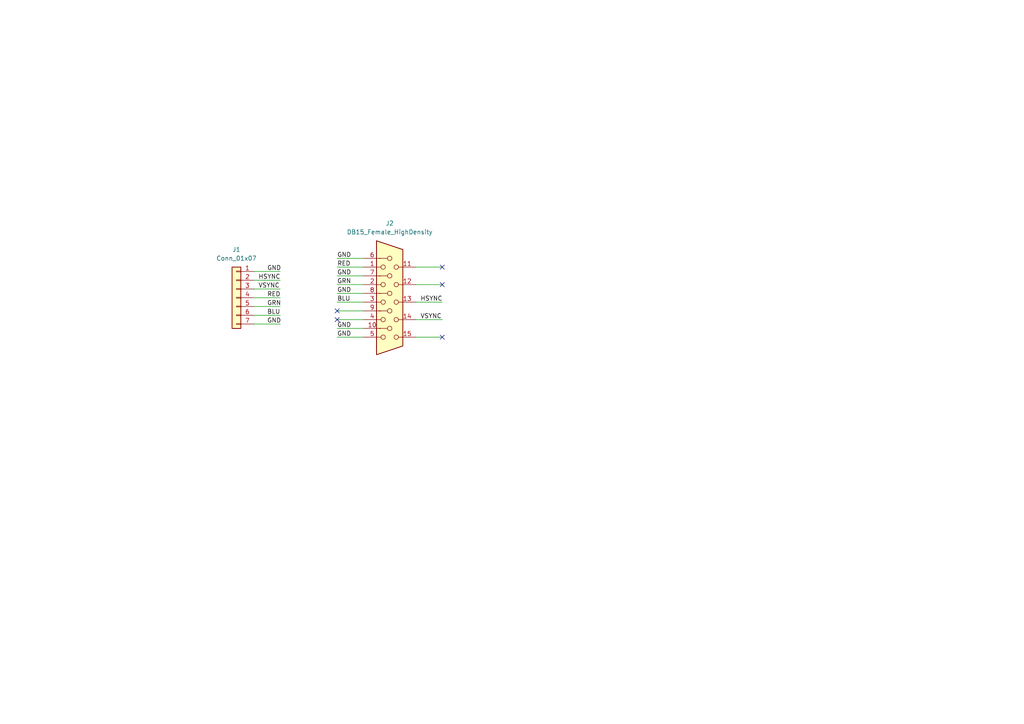
<source format=kicad_sch>
(kicad_sch (version 20230121) (generator eeschema)
  (paper "A4")
  (lib_symbols
    (symbol "Connector:DB15_Female_HighDensity" (pin_names (offset 1.016) hide)
      (property "Reference" "J" (at 0 21.59 0))
      (property "Value" "DB15_Female_HighDensity" (at 0 19.05 0))
      (symbol "DB15_Female_HighDensity_0_1"
        (circle (center -1.905 -10.16) (radius 0.635))
        (circle (center -1.905 -5.08) (radius 0.635))
        (circle (center -1.905 0) (radius 0.635))
        (circle (center -1.905 5.08) (radius 0.635))
        (circle (center -1.905 10.16) (radius 0.635))
        (circle (center 0 -7.62) (radius 0.635))
        (circle (center 0 -2.54) (radius 0.635))
        (polyline (pts (xy -3.175 7.62) (xy -0.635 7.62)))
        (polyline (pts (xy -0.635 -7.62) (xy -3.175 -7.62)))
        (polyline (pts (xy -0.635 -2.54) (xy -3.175 -2.54)))
        (polyline (pts (xy -0.635 2.54) (xy -3.175 2.54)))
        (polyline (pts (xy -0.635 12.7) (xy -3.175 12.7)))
        (polyline (pts (xy -3.81 17.78) (xy -3.81 -15.24) (xy 3.81 -12.7) (xy 3.81 15.24) (xy -3.81 17.78)) (stroke (width 0.254)) (fill (type background)))
        (circle (center 0 2.54) (radius 0.635))
        (circle (center 0 7.62) (radius 0.635))
        (circle (center 0 12.7) (radius 0.635))
        (circle (center 1.905 -10.16) (radius 0.635))
        (circle (center 1.905 -5.08) (radius 0.635))
        (circle (center 1.905 0) (radius 0.635))
        (circle (center 1.905 5.08) (radius 0.635))
        (circle (center 1.905 10.16) (radius 0.635))
      )
      (symbol "DB15_Female_HighDensity_1_1"
        (pin passive line (at -7.62 10.16 0) (length 5.08) (name "~") (number "1"))
        (pin passive line (at -7.62 -7.62 0) (length 5.08) (name "~") (number "10"))
        (pin passive line (at 7.62 10.16 180) (length 5.08) (name "~") (number "11"))
        (pin passive line (at 7.62 5.08 180) (length 5.08) (name "~") (number "12"))
        (pin passive line (at 7.62 0 180) (length 5.08) (name "~") (number "13"))
        (pin passive line (at 7.62 -5.08 180) (length 5.08) (name "~") (number "14"))
        (pin passive line (at 7.62 -10.16 180) (length 5.08) (name "~") (number "15"))
        (pin passive line (at -7.62 5.08 0) (length 5.08) (name "~") (number "2"))
        (pin passive line (at -7.62 0 0) (length 5.08) (name "~") (number "3"))
        (pin passive line (at -7.62 -5.08 0) (length 5.08) (name "~") (number "4"))
        (pin passive line (at -7.62 -10.16 0) (length 5.08) (name "~") (number "5"))
        (pin passive line (at -7.62 12.7 0) (length 5.08) (name "~") (number "6"))
        (pin passive line (at -7.62 7.62 0) (length 5.08) (name "~") (number "7"))
        (pin passive line (at -7.62 2.54 0) (length 5.08) (name "~") (number "8"))
        (pin passive line (at -7.62 -2.54 0) (length 5.08) (name "~") (number "9"))
      )
    )
    (symbol "Connector_Generic:Conn_01x07" (pin_names (offset 1.016) hide)
      (property "Reference" "J" (at 0 10.16 0))
      (property "Value" "Conn_01x07" (at 0 -10.16 0))
      (symbol "Conn_01x07_1_1"
        (rectangle (start -1.27 -7.493) (end 0 -7.747) (stroke (width 0.1524)))
        (rectangle (start -1.27 -4.953) (end 0 -5.207) (stroke (width 0.1524)))
        (rectangle (start -1.27 -2.413) (end 0 -2.667) (stroke (width 0.1524)))
        (rectangle (start -1.27 0.127) (end 0 -0.127) (stroke (width 0.1524)))
        (rectangle (start -1.27 2.667) (end 0 2.413) (stroke (width 0.1524)))
        (rectangle (start -1.27 5.207) (end 0 4.953) (stroke (width 0.1524)))
        (rectangle (start -1.27 7.747) (end 0 7.493) (stroke (width 0.1524)))
        (rectangle (start -1.27 8.89) (end 1.27 -8.89) (stroke (width 0.254)) (fill (type background)))
        (pin passive line (at -5.08 7.62 0) (length 3.81) (name "Pin_1") (number "1"))
        (pin passive line (at -5.08 5.08 0) (length 3.81) (name "Pin_2") (number "2"))
        (pin passive line (at -5.08 2.54 0) (length 3.81) (name "Pin_3") (number "3"))
        (pin passive line (at -5.08 0 0) (length 3.81) (name "Pin_4") (number "4"))
        (pin passive line (at -5.08 -2.54 0) (length 3.81) (name "Pin_5") (number "5"))
        (pin passive line (at -5.08 -5.08 0) (length 3.81) (name "Pin_6") (number "6"))
        (pin passive line (at -5.08 -7.62 0) (length 3.81) (name "Pin_7") (number "7"))
      )
    )
  )
  (no_connect (at 97.79 92.71))
  (no_connect (at 97.79 90.17))
  (no_connect (at 128.27 97.79))
  (no_connect (at 128.27 77.47))
  (no_connect (at 128.27 82.55))
  (wire (pts (xy 120.65 87.63) (xy 128.27 87.63)))
  (wire (pts (xy 120.65 92.71) (xy 128.27 92.71)))
  (wire (pts (xy 97.79 92.71) (xy 105.41 92.71)))
  (wire (pts (xy 97.79 87.63) (xy 105.41 87.63)))
  (wire (pts (xy 73.66 78.74) (xy 81.28 78.74)))
  (wire (pts (xy 120.65 77.47) (xy 128.27 77.47)))
  (wire (pts (xy 120.65 97.79) (xy 128.27 97.79)))
  (wire (pts (xy 97.79 95.25) (xy 105.41 95.25)))
  (wire (pts (xy 97.79 82.55) (xy 105.41 82.55)))
  (wire (pts (xy 73.66 86.36) (xy 81.28 86.36)))
  (wire (pts (xy 73.66 81.28) (xy 81.28 81.28)))
  (wire (pts (xy 97.79 74.93) (xy 105.41 74.93)))
  (wire (pts (xy 97.79 97.79) (xy 105.41 97.79)))
  (wire (pts (xy 97.79 80.01) (xy 105.41 80.01)))
  (wire (pts (xy 73.66 91.44) (xy 81.28 91.44)))
  (wire (pts (xy 73.66 83.82) (xy 81.28 83.82)))
  (wire (pts (xy 97.79 85.09) (xy 105.41 85.09)))
  (wire (pts (xy 120.65 82.55) (xy 128.27 82.55)))
  (wire (pts (xy 73.66 88.9) (xy 81.28 88.9)))
  (wire (pts (xy 73.66 93.98) (xy 81.28 93.98)))
  (wire (pts (xy 97.79 90.17) (xy 105.41 90.17)))
  (wire (pts (xy 97.79 77.47) (xy 105.41 77.47)))
  (label "GND" (at 97.79 95.25 0))
  (label "GRN" (at 77.47 88.9 0))
  (label "HSYNC" (at 74.93 81.28 0))
  (label "VSYNC" (at 121.92 92.71 0))
  (label "GND" (at 97.79 85.09 0))
  (label "GND" (at 97.79 97.79 0))
  (label "RED" (at 77.47 86.36 0))
  (label "BLU" (at 77.47 91.44 0))
  (label "HSYNC" (at 121.92 87.63 0))
  (label "GND" (at 97.79 80.01 0))
  (label "GRN" (at 97.79 82.55 0))
  (label "VSYNC" (at 74.93 83.82 0))
  (label "GND" (at 97.79 74.93 0))
  (label "BLU" (at 97.79 87.63 0))
  (label "GND" (at 77.47 78.74 0))
  (label "GND" (at 77.47 93.98 0))
  (label "RED" (at 97.79 77.47 0))
  (symbol (lib_id "Connector_Generic:Conn_01x07") (at 68.58 86.36 0) (mirror y) (unit 1)
    (property "Reference" "J1" (at 68.58 72.39 0))
    (property "Value" "Conn_01x07" (at 68.58 74.93 0))
    (property "Footprint" "Connector_PinHeader_2.54mm:PinHeader_1x07_P2.54mm_Vertical" (effects hide))
  )
  (symbol (lib_id "Connector:DB15_Female_HighDensity") (at 113.03 87.63 0) (unit 1)
    (property "Reference" "J2" (at 113.03 64.77 0))
    (property "Value" "DB15_Female_HighDensity" (at 113.03 67.31 0))
    (property "Footprint" "AAA Library:Connector_VGA_F" (effects hide))
    (property "Datasheet" " ~" (effects hide))
  )
)
</source>
